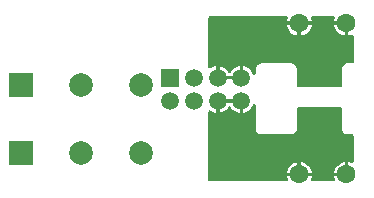
<source format=gbr>
%TF.GenerationSoftware,KiCad,Pcbnew,8.0.4*%
%TF.CreationDate,2024-08-29T22:06:48+05:30*%
%TF.ProjectId,resistor_board,72657369-7374-46f7-925f-626f6172642e,rev?*%
%TF.SameCoordinates,Original*%
%TF.FileFunction,Copper,L4,Bot*%
%TF.FilePolarity,Positive*%
%FSLAX46Y46*%
G04 Gerber Fmt 4.6, Leading zero omitted, Abs format (unit mm)*
G04 Created by KiCad (PCBNEW 8.0.4) date 2024-08-29 22:06:48*
%MOMM*%
%LPD*%
G01*
G04 APERTURE LIST*
%TA.AperFunction,ComponentPad*%
%ADD10C,1.600000*%
%TD*%
%TA.AperFunction,ComponentPad*%
%ADD11R,1.500000X1.500000*%
%TD*%
%TA.AperFunction,ComponentPad*%
%ADD12C,1.500000*%
%TD*%
%TA.AperFunction,ComponentPad*%
%ADD13R,2.000000X2.000000*%
%TD*%
%TA.AperFunction,ComponentPad*%
%ADD14C,2.000000*%
%TD*%
G04 APERTURE END LIST*
D10*
%TO.P,Nichrome,2*%
%TO.N,R_HI*%
X158401100Y-111403600D03*
%TO.P,Nichrome,1*%
%TO.N,R_LO*%
X158401100Y-98603600D03*
%TD*%
%TO.P,R2,1*%
%TO.N,R_LO*%
X162401100Y-98603600D03*
%TO.P,R2,2*%
%TO.N,R_HI*%
X162401100Y-111403600D03*
%TD*%
D11*
%TO.P,J1,1*%
%TO.N,S1_COM*%
X147501090Y-103203600D03*
D12*
%TO.P,J1,2*%
%TO.N,S2_COM*%
X147501090Y-105203600D03*
%TO.P,J1,3*%
%TO.N,S1_NC*%
X149501090Y-103203600D03*
%TO.P,J1,4*%
%TO.N,S2_NC*%
X149501090Y-105203600D03*
%TO.P,J1,5*%
%TO.N,R_LO*%
X151501090Y-103203600D03*
%TO.P,J1,6*%
%TO.N,R_HI*%
X151501090Y-105203600D03*
%TO.P,J1,7*%
%TO.N,R_LO*%
X153501090Y-103203600D03*
%TO.P,J1,8*%
%TO.N,R_HI*%
X153501090Y-105203600D03*
%TD*%
D13*
%TO.P,S1,1*%
%TO.N,S1_COM*%
X134821100Y-103803600D03*
D14*
%TO.P,S1,2*%
%TO.N,S1_NC*%
X144981100Y-103803600D03*
%TO.P,S1,3*%
%TO.N,N/C*%
X139901100Y-103803600D03*
%TD*%
D13*
%TO.P,S2,1*%
%TO.N,S2_COM*%
X134821100Y-109603600D03*
D14*
%TO.P,S2,2*%
%TO.N,S2_NC*%
X144981100Y-109603600D03*
%TO.P,S2,3*%
%TO.N,N/C*%
X139901100Y-109603600D03*
%TD*%
%TA.AperFunction,Conductor*%
%TO.N,R_LO*%
G36*
X157386578Y-98023785D02*
G01*
X157432333Y-98076589D01*
X157442277Y-98145747D01*
X157428898Y-98186552D01*
X157422620Y-98198296D01*
X157362349Y-98396981D01*
X157356772Y-98453600D01*
X157923655Y-98453600D01*
X157901100Y-98537774D01*
X157901100Y-98669426D01*
X157923655Y-98753600D01*
X157356773Y-98753600D01*
X157362349Y-98810218D01*
X157422620Y-99008902D01*
X157520493Y-99192006D01*
X157652202Y-99352497D01*
X157812693Y-99484206D01*
X157995797Y-99582079D01*
X158194481Y-99642350D01*
X158251100Y-99647926D01*
X158251100Y-99081045D01*
X158335274Y-99103600D01*
X158466926Y-99103600D01*
X158551100Y-99081045D01*
X158551100Y-99647925D01*
X158607718Y-99642350D01*
X158806402Y-99582079D01*
X158989506Y-99484206D01*
X159149997Y-99352497D01*
X159281706Y-99192006D01*
X159379579Y-99008902D01*
X159439850Y-98810218D01*
X159445427Y-98753600D01*
X158878545Y-98753600D01*
X158901100Y-98669426D01*
X158901100Y-98537774D01*
X158878545Y-98453600D01*
X159445427Y-98453600D01*
X159439850Y-98396981D01*
X159379579Y-98198296D01*
X159373302Y-98186552D01*
X159359061Y-98118149D01*
X159384062Y-98052905D01*
X159440368Y-98011536D01*
X159482661Y-98004100D01*
X161319539Y-98004100D01*
X161386578Y-98023785D01*
X161432333Y-98076589D01*
X161442277Y-98145747D01*
X161428898Y-98186552D01*
X161422620Y-98198296D01*
X161362349Y-98396981D01*
X161356772Y-98453600D01*
X161923655Y-98453600D01*
X161901100Y-98537774D01*
X161901100Y-98669426D01*
X161923655Y-98753600D01*
X161356773Y-98753600D01*
X161362349Y-98810218D01*
X161422620Y-99008902D01*
X161520493Y-99192006D01*
X161652202Y-99352497D01*
X161812693Y-99484206D01*
X161995797Y-99582079D01*
X162194481Y-99642350D01*
X162251100Y-99647926D01*
X162251100Y-99081045D01*
X162335274Y-99103600D01*
X162466926Y-99103600D01*
X162551100Y-99081045D01*
X162551100Y-99647925D01*
X162607718Y-99642350D01*
X162806403Y-99582079D01*
X162818143Y-99575804D01*
X162886546Y-99561559D01*
X162951790Y-99586558D01*
X162993163Y-99642861D01*
X163000600Y-99685160D01*
X163000600Y-101879100D01*
X162980915Y-101946139D01*
X162928111Y-101991894D01*
X162876600Y-102003100D01*
X162435208Y-102003100D01*
X162307912Y-102037208D01*
X162193786Y-102103100D01*
X162193783Y-102103102D01*
X162100602Y-102196283D01*
X162100600Y-102196286D01*
X162034708Y-102310412D01*
X162000600Y-102437708D01*
X162000600Y-103879600D01*
X161980915Y-103946639D01*
X161928111Y-103992394D01*
X161876600Y-104003600D01*
X158325600Y-104003600D01*
X158258561Y-103983915D01*
X158212806Y-103931111D01*
X158201600Y-103879600D01*
X158201600Y-102437720D01*
X158201600Y-102437718D01*
X158167492Y-102310424D01*
X158101600Y-102196296D01*
X158055008Y-102149704D01*
X158008416Y-102103111D01*
X158008415Y-102103110D01*
X157908425Y-102045381D01*
X157901893Y-102040368D01*
X157886679Y-102034066D01*
X157878515Y-102032992D01*
X157835208Y-102021387D01*
X157835208Y-102021386D01*
X157766996Y-102003110D01*
X157766991Y-102003109D01*
X155266993Y-102003100D01*
X155266992Y-102003100D01*
X155135208Y-102003100D01*
X155135204Y-102003100D01*
X155066994Y-102021377D01*
X155023683Y-102032982D01*
X155007069Y-102035169D01*
X154993774Y-102045371D01*
X154893784Y-102103100D01*
X154847193Y-102149691D01*
X154800601Y-102196282D01*
X154800100Y-102196979D01*
X154798740Y-102199507D01*
X154734708Y-102310412D01*
X154734680Y-102310480D01*
X154734437Y-102311422D01*
X154700600Y-102437706D01*
X154700600Y-102863241D01*
X154680915Y-102930280D01*
X154628111Y-102976035D01*
X154558953Y-102985979D01*
X154495397Y-102956954D01*
X154457940Y-102899237D01*
X154433152Y-102817525D01*
X154339928Y-102643114D01*
X154339924Y-102643107D01*
X154214460Y-102490229D01*
X154061582Y-102364765D01*
X154061575Y-102364761D01*
X153887169Y-102271539D01*
X153697903Y-102214126D01*
X153697904Y-102214126D01*
X153651090Y-102209515D01*
X153651090Y-102777918D01*
X153560334Y-102753600D01*
X153441846Y-102753600D01*
X153351090Y-102777918D01*
X153351090Y-102209515D01*
X153304275Y-102214126D01*
X153115010Y-102271539D01*
X152940604Y-102364761D01*
X152940597Y-102364765D01*
X152787719Y-102490229D01*
X152662255Y-102643107D01*
X152662251Y-102643114D01*
X152610448Y-102740032D01*
X152561486Y-102789876D01*
X152493348Y-102805337D01*
X152427669Y-102781506D01*
X152391732Y-102740032D01*
X152339928Y-102643114D01*
X152339924Y-102643107D01*
X152214460Y-102490229D01*
X152061582Y-102364765D01*
X152061575Y-102364761D01*
X151887169Y-102271539D01*
X151697903Y-102214126D01*
X151697904Y-102214126D01*
X151651090Y-102209515D01*
X151651090Y-102777918D01*
X151560334Y-102753600D01*
X151441846Y-102753600D01*
X151351090Y-102777918D01*
X151351090Y-102209515D01*
X151304275Y-102214126D01*
X151115010Y-102271539D01*
X150940604Y-102364761D01*
X150940598Y-102364765D01*
X150903764Y-102394994D01*
X150839454Y-102422306D01*
X150770587Y-102410515D01*
X150719027Y-102363362D01*
X150701100Y-102299140D01*
X150701100Y-98128100D01*
X150720785Y-98061061D01*
X150773589Y-98015306D01*
X150825100Y-98004100D01*
X157319539Y-98004100D01*
X157386578Y-98023785D01*
G37*
%TD.AperFunction*%
%TA.AperFunction,Conductor*%
G36*
X153051090Y-103144356D02*
G01*
X153051090Y-103262844D01*
X153075408Y-103353600D01*
X151926772Y-103353600D01*
X151951090Y-103262844D01*
X151951090Y-103144356D01*
X151926772Y-103053600D01*
X153075408Y-103053600D01*
X153051090Y-103144356D01*
G37*
%TD.AperFunction*%
%TD*%
%TA.AperFunction,Conductor*%
%TO.N,R_HI*%
G36*
X154629116Y-105431628D02*
G01*
X154681510Y-105477852D01*
X154700600Y-105543958D01*
X154700600Y-107569491D01*
X154734708Y-107696787D01*
X154767654Y-107753850D01*
X154800600Y-107810914D01*
X154847191Y-107857505D01*
X154893784Y-107904099D01*
X154893786Y-107904100D01*
X154894469Y-107904593D01*
X154896976Y-107905942D01*
X155007914Y-107969992D01*
X155066990Y-107985821D01*
X155135206Y-108004100D01*
X157620769Y-108004108D01*
X157620775Y-108004110D01*
X157635208Y-108004110D01*
X157766990Y-108004110D01*
X157766992Y-108004110D01*
X157835206Y-107985832D01*
X157894284Y-107970003D01*
X157997546Y-107910384D01*
X158000171Y-107909203D01*
X158006829Y-107905089D01*
X158010026Y-107903178D01*
X158038912Y-107886500D01*
X158059033Y-107853489D01*
X158101599Y-107810926D01*
X158167491Y-107696798D01*
X158167495Y-107696786D01*
X158183321Y-107637720D01*
X158201600Y-107569504D01*
X158201600Y-107437720D01*
X158201600Y-105827600D01*
X158221285Y-105760561D01*
X158274089Y-105714806D01*
X158325600Y-105703600D01*
X161876600Y-105703600D01*
X161943639Y-105723285D01*
X161989394Y-105776089D01*
X162000600Y-105827600D01*
X162000600Y-107569491D01*
X162034708Y-107696787D01*
X162067654Y-107753850D01*
X162100600Y-107810914D01*
X162193786Y-107904100D01*
X162307914Y-107969992D01*
X162435208Y-108004100D01*
X162876600Y-108004100D01*
X162943639Y-108023785D01*
X162989394Y-108076589D01*
X163000600Y-108128100D01*
X163000600Y-110322039D01*
X162980915Y-110389078D01*
X162928111Y-110434833D01*
X162858953Y-110444777D01*
X162818148Y-110431398D01*
X162806403Y-110425120D01*
X162607718Y-110364849D01*
X162551100Y-110359272D01*
X162551100Y-110926154D01*
X162466926Y-110903600D01*
X162335274Y-110903600D01*
X162251100Y-110926154D01*
X162251100Y-110359272D01*
X162194481Y-110364849D01*
X161995797Y-110425120D01*
X161812693Y-110522993D01*
X161652202Y-110654702D01*
X161520493Y-110815193D01*
X161422620Y-110998297D01*
X161362349Y-111196981D01*
X161356772Y-111253600D01*
X161923655Y-111253600D01*
X161901100Y-111337774D01*
X161901100Y-111469426D01*
X161923655Y-111553600D01*
X161356773Y-111553600D01*
X161362349Y-111610218D01*
X161422620Y-111808903D01*
X161428898Y-111820648D01*
X161443139Y-111889051D01*
X161418138Y-111954295D01*
X161361832Y-111995664D01*
X161319539Y-112003100D01*
X159482661Y-112003100D01*
X159415622Y-111983415D01*
X159369867Y-111930611D01*
X159359923Y-111861453D01*
X159373302Y-111820648D01*
X159379579Y-111808903D01*
X159439850Y-111610218D01*
X159445427Y-111553600D01*
X158878545Y-111553600D01*
X158901100Y-111469426D01*
X158901100Y-111337774D01*
X158878545Y-111253600D01*
X159445427Y-111253600D01*
X159439850Y-111196981D01*
X159379579Y-110998297D01*
X159281706Y-110815193D01*
X159149997Y-110654702D01*
X158989506Y-110522993D01*
X158806402Y-110425120D01*
X158607718Y-110364849D01*
X158551100Y-110359272D01*
X158551100Y-110926154D01*
X158466926Y-110903600D01*
X158335274Y-110903600D01*
X158251100Y-110926154D01*
X158251100Y-110359272D01*
X158194481Y-110364849D01*
X157995797Y-110425120D01*
X157812693Y-110522993D01*
X157652202Y-110654702D01*
X157520493Y-110815193D01*
X157422620Y-110998297D01*
X157362349Y-111196981D01*
X157356772Y-111253600D01*
X157923655Y-111253600D01*
X157901100Y-111337774D01*
X157901100Y-111469426D01*
X157923655Y-111553600D01*
X157356773Y-111553600D01*
X157362349Y-111610218D01*
X157422620Y-111808903D01*
X157428898Y-111820648D01*
X157443139Y-111889051D01*
X157418138Y-111954295D01*
X157361832Y-111995664D01*
X157319539Y-112003100D01*
X150825100Y-112003100D01*
X150758061Y-111983415D01*
X150712306Y-111930611D01*
X150701100Y-111879100D01*
X150701100Y-106108059D01*
X150720785Y-106041020D01*
X150773589Y-105995265D01*
X150842747Y-105985321D01*
X150903766Y-106012206D01*
X150940603Y-106042437D01*
X150940604Y-106042438D01*
X151115010Y-106135660D01*
X151304275Y-106193073D01*
X151351090Y-106197683D01*
X151351090Y-105629281D01*
X151441846Y-105653600D01*
X151560334Y-105653600D01*
X151651090Y-105629281D01*
X151651090Y-106197682D01*
X151697904Y-106193073D01*
X151887169Y-106135660D01*
X152061575Y-106042438D01*
X152061582Y-106042434D01*
X152214460Y-105916970D01*
X152339924Y-105764092D01*
X152339926Y-105764089D01*
X152391731Y-105667168D01*
X152440693Y-105617323D01*
X152508831Y-105601862D01*
X152574511Y-105625693D01*
X152610449Y-105667168D01*
X152662253Y-105764089D01*
X152662255Y-105764092D01*
X152787719Y-105916970D01*
X152940597Y-106042434D01*
X152940604Y-106042438D01*
X153115010Y-106135660D01*
X153304275Y-106193073D01*
X153351090Y-106197683D01*
X153351090Y-105629281D01*
X153441846Y-105653600D01*
X153560334Y-105653600D01*
X153651090Y-105629281D01*
X153651090Y-106197682D01*
X153697904Y-106193073D01*
X153887169Y-106135660D01*
X154061575Y-106042438D01*
X154061582Y-106042434D01*
X154214460Y-105916970D01*
X154339924Y-105764092D01*
X154339928Y-105764085D01*
X154433151Y-105589677D01*
X154457939Y-105507963D01*
X154496237Y-105449524D01*
X154560049Y-105421068D01*
X154629116Y-105431628D01*
G37*
%TD.AperFunction*%
%TA.AperFunction,Conductor*%
G36*
X153051090Y-105144356D02*
G01*
X153051090Y-105262844D01*
X153075408Y-105353600D01*
X151926772Y-105353600D01*
X151951090Y-105262844D01*
X151951090Y-105144356D01*
X151926772Y-105053600D01*
X153075408Y-105053600D01*
X153051090Y-105144356D01*
G37*
%TD.AperFunction*%
%TD*%
M02*

</source>
